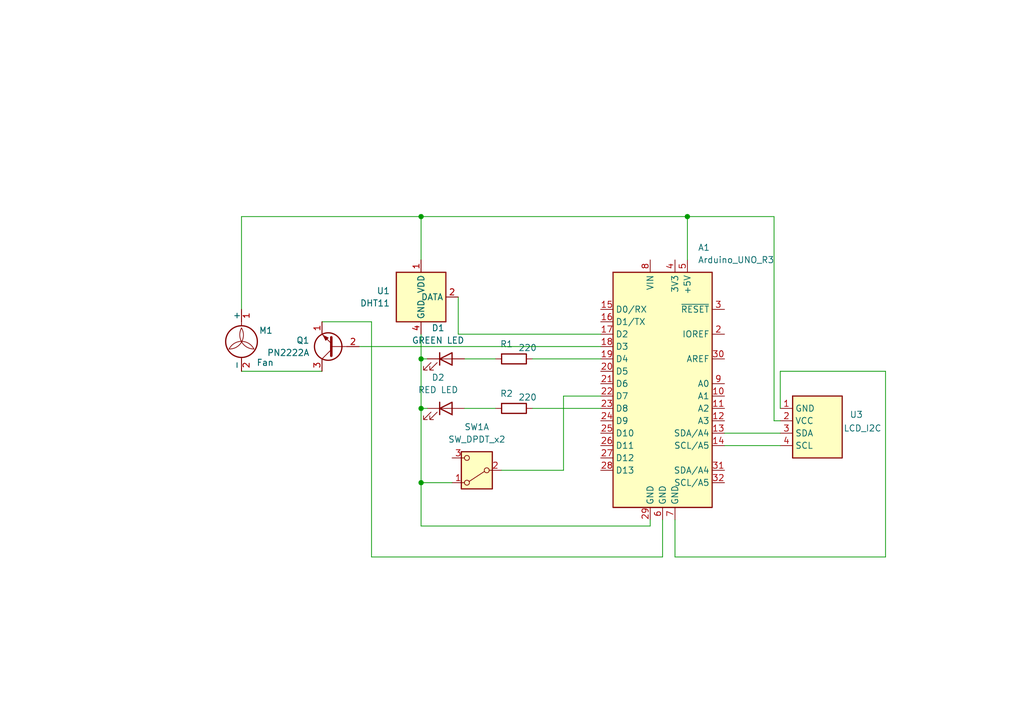
<source format=kicad_sch>
(kicad_sch (version 20250114) (generator "eeschema") (generator_version "9.0")
  (paper "A5")
  (title_block (title "Arduino Mold Prevention System") (date "2025-05-29"))
  (lib_symbols
    (symbol "Custom Components:LCD_I2C"
      (property "Reference" "U3" (at 8.89 1.2701 0))
      (property "Value" "LCD_I2C" (at 8.89 -1.2699 0))
      (symbol "LCD_I2C_0_1"
        (rectangle (start -5.08 7.62) (end 5.08 -5.08) (stroke (width 0.254)) (fill (type background)))
      )
      (symbol "LCD_I2C_1_1"
        (pin bidirectional line (at -7.62 5.08 0) (length 2.54) (name "GND") (number "1"))
        (pin input line (at -7.62 2.54 0) (length 2.54) (name "VCC") (number "2"))
        (pin input line (at -7.62 0 0) (length 2.54) (name "SDA") (number "3"))
        (pin passive line (at -7.62 -2.54 0) (length 2.54) (name "SCL") (number "4"))
      )
    )
    (symbol "Device:LED" (pin_numbers (hide yes)) (pin_names (offset 1.016) (hide yes))
      (property "Reference" "D" (at 0 2.54 0))
      (property "Value" "LED" (at 0 -2.54 0))
      (symbol "LED_0_1"
        (polyline (pts (xy -3.048 -0.762) (xy -4.572 -2.286) (xy -3.81 -2.286) (xy -4.572 -2.286) (xy -4.572 -1.524)))
        (polyline (pts (xy -1.778 -0.762) (xy -3.302 -2.286) (xy -2.54 -2.286) (xy -3.302 -2.286) (xy -3.302 -1.524)))
        (polyline (pts (xy -1.27 0) (xy 1.27 0)))
        (polyline (pts (xy -1.27 -1.27) (xy -1.27 1.27)) (stroke (width 0.254)))
        (polyline (pts (xy 1.27 -1.27) (xy 1.27 1.27) (xy -1.27 0) (xy 1.27 -1.27)) (stroke (width 0.254)))
      )
      (symbol "LED_1_1"
        (pin passive line (at -3.81 0 0) (length 2.54) (name "K") (number "1"))
        (pin passive line (at 3.81 0 180) (length 2.54) (name "A") (number "2"))
      )
    )
    (symbol "Device:R" (pin_numbers (hide yes)) (pin_names (offset 0))
      (property "Reference" "R" (at 2.032 0 90))
      (property "Value" "R" (at 0 0 90))
      (symbol "R_0_1"
        (rectangle (start -1.016 -2.54) (end 1.016 2.54) (stroke (width 0.254)))
      )
      (symbol "R_1_1"
        (pin passive line (at 0 3.81 270) (length 1.27) (name "~") (number "1"))
        (pin passive line (at 0 -3.81 90) (length 1.27) (name "~") (number "2"))
      )
    )
    (symbol "MCU_Module:Arduino_UNO_R3"
      (property "Reference" "A" (at -10.16 23.495 0))
      (property "Value" "Arduino_UNO_R3" (at 5.08 -26.67 0))
      (symbol "Arduino_UNO_R3_0_1"
        (rectangle (start -10.16 22.86) (end 10.16 -25.4) (stroke (width 0.254)) (fill (type background)))
      )
      (symbol "Arduino_UNO_R3_1_1"
        (pin bidirectional line (at -12.7 15.24 0) (length 2.54) (name "D0/RX") (number "15"))
        (pin bidirectional line (at -12.7 12.7 0) (length 2.54) (name "D1/TX") (number "16"))
        (pin bidirectional line (at -12.7 10.16 0) (length 2.54) (name "D2") (number "17"))
        (pin bidirectional line (at -12.7 7.62 0) (length 2.54) (name "D3") (number "18"))
        (pin bidirectional line (at -12.7 5.08 0) (length 2.54) (name "D4") (number "19"))
        (pin bidirectional line (at -12.7 2.54 0) (length 2.54) (name "D5") (number "20"))
        (pin bidirectional line (at -12.7 0 0) (length 2.54) (name "D6") (number "21"))
        (pin bidirectional line (at -12.7 -2.54 0) (length 2.54) (name "D7") (number "22"))
        (pin bidirectional line (at -12.7 -5.08 0) (length 2.54) (name "D8") (number "23"))
        (pin bidirectional line (at -12.7 -7.62 0) (length 2.54) (name "D9") (number "24"))
        (pin bidirectional line (at -12.7 -10.16 0) (length 2.54) (name "D10") (number "25"))
        (pin bidirectional line (at -12.7 -12.7 0) (length 2.54) (name "D11") (number "26"))
        (pin bidirectional line (at -12.7 -15.24 0) (length 2.54) (name "D12") (number "27"))
        (pin bidirectional line (at -12.7 -17.78 0) (length 2.54) (name "D13") (number "28"))
        (pin no_connect line (at -10.16 -20.32 0) (length 2.54) (hide yes) (name "NC") (number "1"))
        (pin power_in line (at -2.54 25.4 270) (length 2.54) (name "VIN") (number "8"))
        (pin power_in line (at -2.54 -27.94 90) (length 2.54) (name "GND") (number "29"))
        (pin power_in line (at 0 -27.94 90) (length 2.54) (name "GND") (number "6"))
        (pin power_out line (at 2.54 25.4 270) (length 2.54) (name "3V3") (number "4"))
        (pin power_in line (at 2.54 -27.94 90) (length 2.54) (name "GND") (number "7"))
        (pin power_out line (at 5.08 25.4 270) (length 2.54) (name "+5V") (number "5"))
        (pin input line (at 12.7 15.24 180) (length 2.54) (name "~{RESET}") (number "3"))
        (pin output line (at 12.7 10.16 180) (length 2.54) (name "IOREF") (number "2"))
        (pin input line (at 12.7 5.08 180) (length 2.54) (name "AREF") (number "30"))
        (pin bidirectional line (at 12.7 0 180) (length 2.54) (name "A0") (number "9"))
        (pin bidirectional line (at 12.7 -2.54 180) (length 2.54) (name "A1") (number "10"))
        (pin bidirectional line (at 12.7 -5.08 180) (length 2.54) (name "A2") (number "11"))
        (pin bidirectional line (at 12.7 -7.62 180) (length 2.54) (name "A3") (number "12"))
        (pin bidirectional line (at 12.7 -10.16 180) (length 2.54) (name "SDA/A4") (number "13"))
        (pin bidirectional line (at 12.7 -12.7 180) (length 2.54) (name "SCL/A5") (number "14"))
        (pin bidirectional line (at 12.7 -17.78 180) (length 2.54) (name "SDA/A4") (number "31"))
        (pin bidirectional line (at 12.7 -20.32 180) (length 2.54) (name "SCL/A5") (number "32"))
      )
    )
    (symbol "Motor:Fan" (pin_names (offset 0))
      (property "Reference" "M" (at 2.54 5.08 0))
      (property "Value" "Fan" (at 2.54 -2.54 0))
      (symbol "Fan_0_1"
        (arc (start 0 3.81) (mid -0.0015 0.9048) (end -2.54 -0.508))
        (polyline (pts (xy 0 4.572) (xy 0 5.08)))
        (polyline (pts (xy 0 4.2672) (xy 0 4.6228)))
        (circle (center 0 1.016) (radius 3.2512) (stroke (width 0.254)))
        (arc (start -2.54 -0.508) (mid 0 1.0618) (end 2.54 -0.508))
        (polyline (pts (xy 0 -2.2352) (xy 0 -2.6416)))
        (polyline (pts (xy 0 -5.08) (xy 0 -4.572)))
        (arc (start 2.54 -0.508) (mid 0.047 0.9315) (end 0 3.81))
      )
      (symbol "Fan_1_1"
        (pin passive line (at 0 7.62 270) (length 2.54) (name "+") (number "1"))
        (pin passive line (at 0 -5.08 90) (length 2.54) (name "-") (number "2"))
      )
    )
    (symbol "Sensor:DHT11"
      (property "Reference" "U" (at -3.81 6.35 0))
      (property "Value" "DHT11" (at 3.81 6.35 0))
      (symbol "DHT11_0_1"
        (rectangle (start -5.08 5.08) (end 5.08 -5.08) (stroke (width 0.254)) (fill (type background)))
      )
      (symbol "DHT11_1_1"
        (pin no_connect line (at -5.08 0 0) (length 2.54) (hide yes) (name "NC") (number "3"))
        (pin power_in line (at 0 7.62 270) (length 2.54) (name "VDD") (number "1"))
        (pin power_in line (at 0 -7.62 90) (length 2.54) (name "GND") (number "4"))
        (pin bidirectional line (at 7.62 0 180) (length 2.54) (name "DATA") (number "2"))
      )
    )
    (symbol "Switch:SW_DPDT_x2" (pin_names (offset 0) (hide yes))
      (property "Reference" "SW" (at 0 5.08 0))
      (property "Value" "SW_DPDT_x2" (at 0 -5.08 0))
      (symbol "SW_DPDT_x2_0_0"
        (circle (center -2.032 0) (radius 0.508))
        (circle (center 2.032 -2.54) (radius 0.508))
      )
      (symbol "SW_DPDT_x2_0_1"
        (rectangle (start -3.175 3.81) (end 3.175 -3.81) (stroke (width 0.254)) (fill (type background)))
        (polyline (pts (xy -1.524 0.254) (xy 1.5748 2.286)))
        (circle (center 2.032 2.54) (radius 0.508))
      )
      (symbol "SW_DPDT_x2_1_1"
        (pin passive line (at -5.08 0 0) (length 2.54) (name "B") (number "2"))
        (pin passive line (at 5.08 2.54 180) (length 2.54) (name "A") (number "1"))
        (pin passive line (at 5.08 -2.54 180) (length 2.54) (name "C") (number "3"))
      )
      (symbol "SW_DPDT_x2_2_1"
        (pin passive line (at -5.08 0 0) (length 2.54) (name "B") (number "5"))
        (pin passive line (at 5.08 2.54 180) (length 2.54) (name "A") (number "4"))
        (pin passive line (at 5.08 -2.54 180) (length 2.54) (name "C") (number "6"))
      )
    )
    (symbol "Transistor_BJT:PN2222A" (pin_names (offset 0) (hide yes))
      (property "Reference" "Q" (at 5.08 1.905 0))
      (property "Value" "PN2222A" (at 5.08 0 0))
      (symbol "PN2222A_0_1"
        (polyline (pts (xy -2.54 0) (xy 0.635 0)))
        (polyline (pts (xy 0.635 1.905) (xy 0.635 -1.905)) (stroke (width 0.508)))
        (circle (center 1.27 0) (radius 2.8194) (stroke (width 0.254)))
      )
      (symbol "PN2222A_1_1"
        (polyline (pts (xy 0.635 0.635) (xy 2.54 2.54)))
        (polyline (pts (xy 0.635 -0.635) (xy 2.54 -2.54)))
        (polyline (pts (xy 1.27 -1.778) (xy 1.778 -1.27) (xy 2.286 -2.286) (xy 1.27 -1.778)) (fill (type outline)))
        (pin input line (at -5.08 0 0) (length 2.54) (name "B") (number "2"))
        (pin passive line (at 2.54 5.08 270) (length 2.54) (name "C") (number "3"))
        (pin passive line (at 2.54 -5.08 90) (length 2.54) (name "E") (number "1"))
      )
    )
  )
  (junction (at 86.36 99.06))
  (junction (at 86.36 83.82))
  (junction (at 140.97 44.45))
  (junction (at 86.36 44.45))
  (junction (at 86.36 73.66))
  (wire (pts (xy 86.36 73.66) (xy 86.36 83.82)))
  (wire (pts (xy 66.04 66.04) (xy 76.2 66.04)))
  (wire (pts (xy 86.36 99.06) (xy 86.36 107.95)))
  (wire (pts (xy 49.53 76.2) (xy 66.04 76.2)))
  (wire (pts (xy 93.98 68.58) (xy 123.19 68.58)))
  (wire (pts (xy 160.02 86.36) (xy 158.75 86.36)))
  (wire (pts (xy 140.97 44.45) (xy 86.36 44.45)))
  (wire (pts (xy 49.53 44.45) (xy 86.36 44.45)))
  (wire (pts (xy 86.36 107.95) (xy 133.35 107.95)))
  (wire (pts (xy 86.36 44.45) (xy 86.36 53.34)))
  (wire (pts (xy 160.02 83.82) (xy 160.02 76.2)))
  (wire (pts (xy 160.02 76.2) (xy 181.61 76.2)))
  (wire (pts (xy 73.66 71.12) (xy 123.19 71.12)))
  (wire (pts (xy 138.43 114.3) (xy 138.43 106.68)))
  (wire (pts (xy 95.25 73.66) (xy 101.6 73.66)))
  (wire (pts (xy 135.89 106.68) (xy 135.89 114.3)))
  (wire (pts (xy 109.22 73.66) (xy 123.19 73.66)))
  (wire (pts (xy 93.98 68.58) (xy 93.98 60.96)))
  (wire (pts (xy 133.35 107.95) (xy 133.35 106.68)))
  (wire (pts (xy 181.61 76.2) (xy 181.61 114.3)))
  (wire (pts (xy 140.97 53.34) (xy 140.97 44.45)))
  (wire (pts (xy 87.63 73.66) (xy 86.36 73.66)))
  (wire (pts (xy 86.36 83.82) (xy 86.36 99.06)))
  (wire (pts (xy 115.57 96.52) (xy 102.87 96.52)))
  (wire (pts (xy 86.36 99.06) (xy 92.71 99.06)))
  (wire (pts (xy 95.25 83.82) (xy 101.6 83.82)))
  (wire (pts (xy 86.36 68.58) (xy 86.36 73.66)))
  (wire (pts (xy 76.2 114.3) (xy 135.89 114.3)))
  (wire (pts (xy 138.43 114.3) (xy 181.61 114.3)))
  (wire (pts (xy 109.22 83.82) (xy 123.19 83.82)))
  (wire (pts (xy 76.2 66.04) (xy 76.2 114.3)))
  (wire (pts (xy 115.57 81.28) (xy 115.57 96.52)))
  (wire (pts (xy 148.59 88.9) (xy 160.02 88.9)))
  (wire (pts (xy 87.63 83.82) (xy 86.36 83.82)))
  (wire (pts (xy 158.75 44.45) (xy 140.97 44.45)))
  (wire (pts (xy 123.19 81.28) (xy 115.57 81.28)))
  (wire (pts (xy 148.59 91.44) (xy 160.02 91.44)))
  (wire (pts (xy 158.75 44.45) (xy 158.75 86.36)))
  (wire (pts (xy 49.53 63.5) (xy 49.53 44.45)))
  (symbol (lib_id "Device:R") (at 105.41 73.66 90) (unit 1)
    (property "Reference" "R1" (at 103.886 70.612 90))
    (property "Value" "220" (at 108.204 71.374 90))
    (property "Description" "Resistor" (effects (hide yes)))
  )
  (symbol (lib_id "Custom Components:LCD_I2C") (at 167.64 88.9 0) (unit 1)
    (property "Reference" "U3" (at 174.244 85.09 0) (effects (justify left)))
    (property "Value" "LCD_I2C" (at 172.974 87.884 0) (effects (justify left)))
    (property "Footprint" "Display:NHD-C0220BiZ" (effects (hide yes)))
    (property "Datasheet" "http://www.newhavendisplay.com/specs/NHD-C0220BiZ-FSW-FBW-3V3M.pdf" (effects (hide yes)))
    (property "Description" "LCD 20x2 Alphanumeric 10pin Blue/White/Green Backlight, i2c, 3.3V VDD" (effects (hide yes)))
  )
  (symbol (lib_id "Device:R") (at 105.41 83.82 90) (unit 1)
    (property "Reference" "R2" (at 103.886 80.772 90))
    (property "Value" "220" (at 108.204 81.534 90))
    (property "Description" "Resistor" (effects (hide yes)))
  )
  (symbol (lib_id "Device:LED") (at 91.44 83.82 0) (unit 1)
    (property "Reference" "D2" (at 89.8525 77.47 0))
    (property "Value" "RED LED" (at 89.8525 80.01 0))
    (property "Description" "Light emitting diode" (effects (hide yes)))
    (property "Sim.Pins" "1=K 2=A" (effects (hide yes)))
  )
  (symbol (lib_id "Motor:Fan") (at 49.53 71.12 0) (unit 1)
    (property "Reference" "M1" (at 53.086 67.818 0) (effects (justify left)))
    (property "Value" "Fan" (at 52.578 74.422 0) (effects (justify left)))
    (property "Description" "Fan" (effects (hide yes)))
  )
  (symbol (lib_id "Sensor:DHT11") (at 86.36 60.96 0) (unit 1)
    (property "Reference" "U1" (at 80.01 59.6899 0) (effects (justify right)))
    (property "Value" "DHT11" (at 80.01 62.2299 0) (effects (justify right)))
    (property "Footprint" "Sensor:Aosong_DHT11_5.5x12.0_P2.54mm" (effects (hide yes)))
    (property "Datasheet" "http://akizukidenshi.com/download/ds/aosong/DHT11.pdf" (effects (hide yes)))
    (property "Description" "3.3V to 5.5V, temperature and humidity module, DHT11" (effects (hide yes)))
  )
  (symbol (lib_id "MCU_Module:Arduino_UNO_R3") (at 135.89 78.74 0) (unit 1)
    (property "Reference" "A1" (at 143.1133 50.8 0) (effects (justify left)))
    (property "Value" "Arduino_UNO_R3" (at 143.1133 53.34 0) (effects (justify left)))
    (property "Footprint" "Module:Arduino_UNO_R3" (effects (hide yes)))
    (property "Datasheet" "https://www.arduino.cc/en/Main/arduinoBoardUno" (effects (hide yes)))
    (property "Description" "Arduino UNO Microcontroller Module, release 3" (effects (hide yes)))
  )
  (symbol (lib_id "Switch:SW_DPDT_x2") (at 97.79 96.52 180) (unit 1)
    (property "Reference" "SW1" (at 97.79 87.63 0))
    (property "Value" "SW_DPDT_x2" (at 97.79 90.17 0))
    (property "Description" "Switch, dual pole double throw, separate symbols" (effects (hide yes)))
  )
  (symbol (lib_id "Transistor_BJT:PN2222A") (at 68.58 71.12 180) (unit 1)
    (property "Reference" "Q1" (at 63.5 69.8499 0) (effects (justify left)))
    (property "Value" "PN2222A" (at 63.5 72.3899 0) (effects (justify left)))
    (property "Footprint" "Package_TO_SOT_THT:TO-92_Inline" (effects (hide yes)))
    (property "Datasheet" "https://www.onsemi.com/pub/Collateral/PN2222-D.PDF" (effects (hide yes)))
    (property "Description" "1A Ic, 40V Vce, NPN Transistor, General Purpose Transistor, TO-92" (effects (hide yes)))
  )
  (symbol (lib_id "Device:LED") (at 91.44 73.66 0) (unit 1)
    (property "Reference" "D1" (at 89.8525 67.31 0))
    (property "Value" "GREEN LED" (at 89.8525 69.85 0))
    (property "Description" "Light emitting diode" (effects (hide yes)))
    (property "Sim.Pins" "1=K 2=A" (effects (hide yes)))
  )
)
</source>
